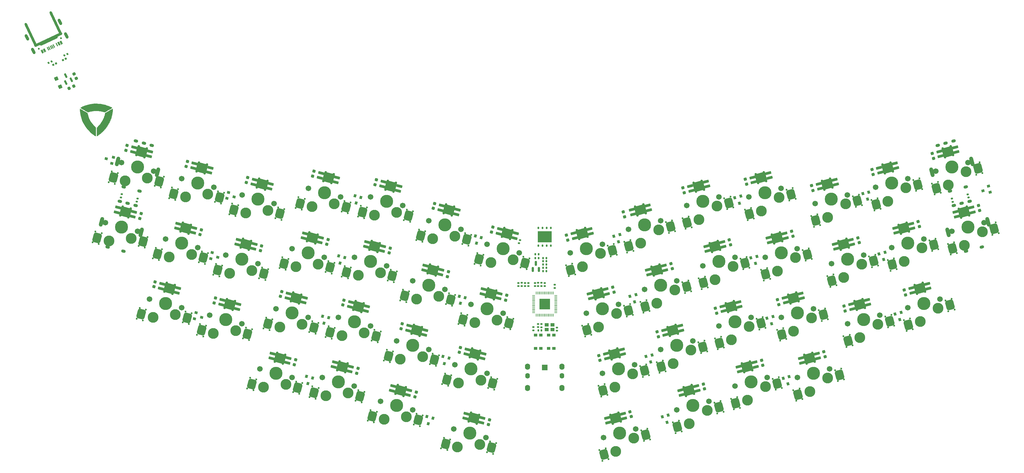
<source format=gbr>
%TF.GenerationSoftware,KiCad,Pcbnew,8.0.6*%
%TF.CreationDate,2024-12-13T19:23:41-05:00*%
%TF.ProjectId,10133,31303133-332e-46b6-9963-61645f706362,rev?*%
%TF.SameCoordinates,Original*%
%TF.FileFunction,Soldermask,Bot*%
%TF.FilePolarity,Negative*%
%FSLAX46Y46*%
G04 Gerber Fmt 4.6, Leading zero omitted, Abs format (unit mm)*
G04 Created by KiCad (PCBNEW 8.0.6) date 2024-12-13 19:23:41*
%MOMM*%
%LPD*%
G01*
G04 APERTURE LIST*
G04 Aperture macros list*
%AMRoundRect*
0 Rectangle with rounded corners*
0 $1 Rounding radius*
0 $2 $3 $4 $5 $6 $7 $8 $9 X,Y pos of 4 corners*
0 Add a 4 corners polygon primitive as box body*
4,1,4,$2,$3,$4,$5,$6,$7,$8,$9,$2,$3,0*
0 Add four circle primitives for the rounded corners*
1,1,$1+$1,$2,$3*
1,1,$1+$1,$4,$5*
1,1,$1+$1,$6,$7*
1,1,$1+$1,$8,$9*
0 Add four rect primitives between the rounded corners*
20,1,$1+$1,$2,$3,$4,$5,0*
20,1,$1+$1,$4,$5,$6,$7,0*
20,1,$1+$1,$6,$7,$8,$9,0*
20,1,$1+$1,$8,$9,$2,$3,0*%
%AMHorizOval*
0 Thick line with rounded ends*
0 $1 width*
0 $2 $3 position (X,Y) of the first rounded end (center of the circle)*
0 $4 $5 position (X,Y) of the second rounded end (center of the circle)*
0 Add line between two ends*
20,1,$1,$2,$3,$4,$5,0*
0 Add two circle primitives to create the rounded ends*
1,1,$1,$2,$3*
1,1,$1,$4,$5*%
%AMRotRect*
0 Rectangle, with rotation*
0 The origin of the aperture is its center*
0 $1 length*
0 $2 width*
0 $3 Rotation angle, in degrees counterclockwise*
0 Add horizontal line*
21,1,$1,$2,0,0,$3*%
G04 Aperture macros list end*
%ADD10C,0.010000*%
%ADD11O,1.600000X1.900000*%
%ADD12O,1.400000X1.700000*%
%ADD13C,2.700000*%
%ADD14HorizOval,1.200000X0.232937X0.869333X-0.232937X-0.869333X0*%
%ADD15HorizOval,0.900000X-0.241481X0.064705X0.241481X-0.064705X0*%
%ADD16HorizOval,1.200000X-0.232937X0.869333X0.232937X-0.869333X0*%
%ADD17HorizOval,0.900000X0.241481X0.064705X-0.241481X-0.064705X0*%
%ADD18RoundRect,0.225000X-0.183247X0.282038X-0.299716X-0.152629X0.183247X-0.282038X0.299716X0.152629X0*%
%ADD19RoundRect,0.140000X-0.140000X-0.170000X0.140000X-0.170000X0.140000X0.170000X-0.140000X0.170000X0*%
%ADD20RoundRect,0.225000X0.299716X-0.152629X0.183247X0.282038X-0.299716X0.152629X-0.183247X-0.282038X0*%
%ADD21RotRect,0.900000X0.800000X255.000000*%
%ADD22RoundRect,0.637500X-0.839009X-0.668114X0.392546X-0.998108X0.839009X0.668114X-0.392546X0.998108X0*%
%ADD23C,1.701800*%
%ADD24C,3.987800*%
%ADD25C,3.300000*%
%ADD26C,0.600000*%
%ADD27RoundRect,0.637500X-0.392546X-0.998108X0.839009X-0.668114X0.392546X0.998108X-0.839009X0.668114X0*%
%ADD28R,0.812800X0.177800*%
%ADD29R,0.177800X0.812800*%
%ADD30R,3.200400X3.200400*%
%ADD31RoundRect,0.135000X-0.040239X-0.225457X0.202436X-0.107097X0.040239X0.225457X-0.202436X0.107097X0*%
%ADD32HorizOval,0.750000X0.362347X-1.352296X-0.362347X1.352296X0*%
%ADD33HorizOval,0.725000X1.195333X0.320289X-1.195333X-0.320289X0*%
%ADD34C,2.000000*%
%ADD35C,2.500000*%
%ADD36RotRect,1.800000X0.820000X15.000000*%
%ADD37RoundRect,0.140000X0.170000X-0.140000X0.170000X0.140000X-0.170000X0.140000X-0.170000X-0.140000X0*%
%ADD38HorizOval,0.750000X-0.362347X-1.352296X0.362347X1.352296X0*%
%ADD39HorizOval,0.725000X1.195333X-0.320289X-1.195333X0.320289X0*%
%ADD40RotRect,1.800000X0.820000X345.000000*%
%ADD41HorizOval,0.750000X0.362347X1.352296X-0.362347X-1.352296X0*%
%ADD42HorizOval,0.725000X-1.195333X0.320289X1.195333X-0.320289X0*%
%ADD43RotRect,1.800000X0.820000X165.000000*%
%ADD44HorizOval,0.750000X-0.362347X1.352296X0.362347X-1.352296X0*%
%ADD45HorizOval,0.725000X-1.195333X-0.320289X1.195333X0.320289X0*%
%ADD46RotRect,1.800000X0.820000X195.000000*%
%ADD47RoundRect,0.225000X0.183247X-0.282038X0.299716X0.152629X-0.183247X0.282038X-0.299716X-0.152629X0*%
%ADD48RoundRect,0.135000X-0.185000X0.135000X-0.185000X-0.135000X0.185000X-0.135000X0.185000X0.135000X0*%
%ADD49RoundRect,0.225000X-0.299716X0.152629X-0.183247X-0.282038X0.299716X-0.152629X0.183247X0.282038X0*%
%ADD50RoundRect,0.135000X0.040239X0.225457X-0.202436X0.107097X-0.040239X-0.225457X0.202436X-0.107097X0*%
%ADD51R,1.000000X0.900000*%
%ADD52RotRect,0.900000X0.800000X285.000000*%
%ADD53RotRect,0.900000X0.800000X165.000000*%
%ADD54RoundRect,0.147500X-0.056953X-0.219702X0.208191X-0.090382X0.056953X0.219702X-0.208191X0.090382X0*%
%ADD55R,1.150000X1.000000*%
%ADD56RotRect,1.100000X1.100000X296.000000*%
%ADD57RoundRect,0.147500X0.056953X0.219702X-0.208191X0.090382X-0.056953X-0.219702X0.208191X-0.090382X0*%
%ADD58RoundRect,0.150000X0.392362X-0.462286X-0.122724X0.593797X-0.392362X0.462286X0.122724X-0.593797X0*%
%ADD59RotRect,0.900000X0.800000X345.000000*%
%ADD60RoundRect,0.225000X0.323332X-0.092636X0.126065X0.311821X-0.323332X0.092636X-0.126065X-0.311821X0*%
%ADD61RoundRect,0.135000X0.213637X-0.082518X0.143756X0.178282X-0.213637X0.082518X-0.143756X-0.178282X0*%
%ADD62RoundRect,0.225000X-0.092636X-0.323332X0.311821X-0.126065X0.092636X0.323332X-0.311821X0.126065X0*%
%ADD63RoundRect,0.135000X0.143756X-0.178282X0.213637X0.082518X-0.143756X0.178282X-0.213637X-0.082518X0*%
%ADD64RoundRect,0.135000X-0.143756X0.178282X-0.213637X-0.082518X0.143756X-0.178282X0.213637X0.082518X0*%
%ADD65RoundRect,0.135000X0.185000X-0.135000X0.185000X0.135000X-0.185000X0.135000X-0.185000X-0.135000X0*%
%ADD66RotRect,0.900000X0.800000X195.000000*%
%ADD67RoundRect,0.140000X-0.170000X0.140000X-0.170000X-0.140000X0.170000X-0.140000X0.170000X0.140000X0*%
%ADD68RoundRect,0.150000X0.150000X-0.587500X0.150000X0.587500X-0.150000X0.587500X-0.150000X-0.587500X0*%
%ADD69RoundRect,0.135000X-0.135000X-0.185000X0.135000X-0.185000X0.135000X0.185000X-0.135000X0.185000X0*%
%ADD70RoundRect,0.125000X-0.125000X0.250000X-0.125000X-0.250000X0.125000X-0.250000X0.125000X0.250000X0*%
%ADD71R,4.300000X3.400000*%
%ADD72R,1.700000X1.700000*%
%ADD73HorizOval,0.800000X1.533374X-3.257110X-1.533374X3.257110X0*%
%ADD74HorizOval,0.800000X3.890437X1.831530X-3.890437X-1.831530X0*%
%ADD75HorizOval,0.800000X2.352357X1.107437X-2.352357X-1.107437X0*%
%ADD76RotRect,0.300000X1.100000X25.210000*%
%ADD77RotRect,0.275000X1.100000X25.210000*%
%ADD78HorizOval,0.900000X-0.244914X0.520233X0.244914X-0.520233X0*%
%ADD79RoundRect,0.135000X0.135000X0.185000X-0.135000X0.185000X-0.135000X-0.185000X0.135000X-0.185000X0*%
G04 APERTURE END LIST*
D10*
%TO.C,G\u002A\u002A\u002A*%
X-131941190Y64674398D02*
X-131920541Y64654138D01*
X-131908123Y64613670D01*
X-131902992Y64547521D01*
X-131904201Y64450218D01*
X-131910806Y64316290D01*
X-131918949Y64190584D01*
X-131985525Y63551368D01*
X-132093279Y62918900D01*
X-132241418Y62295317D01*
X-132429152Y61682754D01*
X-132655688Y61083348D01*
X-132920234Y60499233D01*
X-133221998Y59932546D01*
X-133560188Y59385424D01*
X-133934013Y58860000D01*
X-134016307Y58753394D01*
X-134416899Y58273001D01*
X-134843382Y57823359D01*
X-135298605Y57401795D01*
X-135785414Y57005636D01*
X-136306655Y56632209D01*
X-136389394Y56577710D01*
X-136486021Y56517156D01*
X-136568240Y56469040D01*
X-136629280Y56437290D01*
X-136662371Y56425834D01*
X-136699603Y56435857D01*
X-136732523Y56481443D01*
X-136736322Y56504776D01*
X-136740495Y56571239D01*
X-136743857Y56677350D01*
X-136746390Y56821603D01*
X-136748077Y57002492D01*
X-136748899Y57218512D01*
X-136748837Y57468156D01*
X-136747874Y57749919D01*
X-136742083Y58962785D01*
X-136382250Y59319759D01*
X-136024528Y59695629D01*
X-135663476Y60127128D01*
X-135339665Y60575242D01*
X-135051210Y61042812D01*
X-134796229Y61532679D01*
X-134572835Y62047684D01*
X-134526830Y62167092D01*
X-134450739Y62379629D01*
X-134381253Y62596467D01*
X-134314447Y62830178D01*
X-134246397Y63093334D01*
X-134159750Y63442584D01*
X-133090833Y64060770D01*
X-132925775Y64155906D01*
X-132738231Y64263195D01*
X-132563473Y64362308D01*
X-132404898Y64451362D01*
X-132265902Y64528476D01*
X-132149879Y64591768D01*
X-132060226Y64639356D01*
X-132000337Y64669359D01*
X-131973609Y64679895D01*
X-131971015Y64679921D01*
X-131941190Y64674398D01*
G36*
X-131941190Y64674398D02*
G01*
X-131920541Y64654138D01*
X-131908123Y64613670D01*
X-131902992Y64547521D01*
X-131904201Y64450218D01*
X-131910806Y64316290D01*
X-131918949Y64190584D01*
X-131985525Y63551368D01*
X-132093279Y62918900D01*
X-132241418Y62295317D01*
X-132429152Y61682754D01*
X-132655688Y61083348D01*
X-132920234Y60499233D01*
X-133221998Y59932546D01*
X-133560188Y59385424D01*
X-133934013Y58860000D01*
X-134016307Y58753394D01*
X-134416899Y58273001D01*
X-134843382Y57823359D01*
X-135298605Y57401795D01*
X-135785414Y57005636D01*
X-136306655Y56632209D01*
X-136389394Y56577710D01*
X-136486021Y56517156D01*
X-136568240Y56469040D01*
X-136629280Y56437290D01*
X-136662371Y56425834D01*
X-136699603Y56435857D01*
X-136732523Y56481443D01*
X-136736322Y56504776D01*
X-136740495Y56571239D01*
X-136743857Y56677350D01*
X-136746390Y56821603D01*
X-136748077Y57002492D01*
X-136748899Y57218512D01*
X-136748837Y57468156D01*
X-136747874Y57749919D01*
X-136742083Y58962785D01*
X-136382250Y59319759D01*
X-136024528Y59695629D01*
X-135663476Y60127128D01*
X-135339665Y60575242D01*
X-135051210Y61042812D01*
X-134796229Y61532679D01*
X-134572835Y62047684D01*
X-134526830Y62167092D01*
X-134450739Y62379629D01*
X-134381253Y62596467D01*
X-134314447Y62830178D01*
X-134246397Y63093334D01*
X-134159750Y63442584D01*
X-133090833Y64060770D01*
X-132925775Y64155906D01*
X-132738231Y64263195D01*
X-132563473Y64362308D01*
X-132404898Y64451362D01*
X-132265902Y64528476D01*
X-132149879Y64591768D01*
X-132060226Y64639356D01*
X-132000337Y64669359D01*
X-131973609Y64679895D01*
X-131971015Y64679921D01*
X-131941190Y64674398D01*
G37*
X-141825945Y64678736D02*
X-141788354Y64659763D01*
X-141719847Y64622894D01*
X-141624389Y64570387D01*
X-141505945Y64504498D01*
X-141368481Y64427487D01*
X-141215962Y64341610D01*
X-141052354Y64249126D01*
X-140881621Y64152292D01*
X-140707730Y64053366D01*
X-140534646Y63954606D01*
X-140366334Y63858269D01*
X-140206759Y63766613D01*
X-140059887Y63681896D01*
X-139929684Y63606376D01*
X-139820114Y63542311D01*
X-139735144Y63491957D01*
X-139678738Y63457574D01*
X-139654862Y63441418D01*
X-139651401Y63432682D01*
X-139638823Y63389300D01*
X-139619434Y63316194D01*
X-139595124Y63220571D01*
X-139567786Y63109635D01*
X-139464972Y62724193D01*
X-139284706Y62176638D01*
X-139069632Y61652693D01*
X-138819034Y61151085D01*
X-138532196Y60670542D01*
X-138208402Y60209793D01*
X-137846937Y59767566D01*
X-137447084Y59342590D01*
X-137070166Y58967930D01*
X-137070166Y57710993D01*
X-137070372Y57496920D01*
X-137071014Y57281952D01*
X-137072053Y57083190D01*
X-137073446Y56904365D01*
X-137075152Y56749211D01*
X-137077129Y56621459D01*
X-137079337Y56524842D01*
X-137081733Y56463093D01*
X-137084277Y56439945D01*
X-137094676Y56432128D01*
X-137130021Y56426238D01*
X-137182878Y56440147D01*
X-137257097Y56475562D01*
X-137356527Y56534190D01*
X-137485017Y56617740D01*
X-137659674Y56737269D01*
X-138179272Y57126115D01*
X-138668862Y57543962D01*
X-139127600Y57989343D01*
X-139554643Y58460791D01*
X-139949148Y58956841D01*
X-140310270Y59476025D01*
X-140637167Y60016879D01*
X-140928995Y60577935D01*
X-141184910Y61157727D01*
X-141404069Y61754789D01*
X-141585629Y62367655D01*
X-141728746Y62994858D01*
X-141832576Y63634932D01*
X-141896277Y64286410D01*
X-141902245Y64381940D01*
X-141907391Y64496116D01*
X-141906973Y64577236D01*
X-141900093Y64630785D01*
X-141885855Y64662245D01*
X-141863361Y64677101D01*
X-141831712Y64680834D01*
X-141825945Y64678736D01*
G36*
X-141825945Y64678736D02*
G01*
X-141788354Y64659763D01*
X-141719847Y64622894D01*
X-141624389Y64570387D01*
X-141505945Y64504498D01*
X-141368481Y64427487D01*
X-141215962Y64341610D01*
X-141052354Y64249126D01*
X-140881621Y64152292D01*
X-140707730Y64053366D01*
X-140534646Y63954606D01*
X-140366334Y63858269D01*
X-140206759Y63766613D01*
X-140059887Y63681896D01*
X-139929684Y63606376D01*
X-139820114Y63542311D01*
X-139735144Y63491957D01*
X-139678738Y63457574D01*
X-139654862Y63441418D01*
X-139651401Y63432682D01*
X-139638823Y63389300D01*
X-139619434Y63316194D01*
X-139595124Y63220571D01*
X-139567786Y63109635D01*
X-139464972Y62724193D01*
X-139284706Y62176638D01*
X-139069632Y61652693D01*
X-138819034Y61151085D01*
X-138532196Y60670542D01*
X-138208402Y60209793D01*
X-137846937Y59767566D01*
X-137447084Y59342590D01*
X-137070166Y58967930D01*
X-137070166Y57710993D01*
X-137070372Y57496920D01*
X-137071014Y57281952D01*
X-137072053Y57083190D01*
X-137073446Y56904365D01*
X-137075152Y56749211D01*
X-137077129Y56621459D01*
X-137079337Y56524842D01*
X-137081733Y56463093D01*
X-137084277Y56439945D01*
X-137094676Y56432128D01*
X-137130021Y56426238D01*
X-137182878Y56440147D01*
X-137257097Y56475562D01*
X-137356527Y56534190D01*
X-137485017Y56617740D01*
X-137659674Y56737269D01*
X-138179272Y57126115D01*
X-138668862Y57543962D01*
X-139127600Y57989343D01*
X-139554643Y58460791D01*
X-139949148Y58956841D01*
X-140310270Y59476025D01*
X-140637167Y60016879D01*
X-140928995Y60577935D01*
X-141184910Y61157727D01*
X-141404069Y61754789D01*
X-141585629Y62367655D01*
X-141728746Y62994858D01*
X-141832576Y63634932D01*
X-141896277Y64286410D01*
X-141902245Y64381940D01*
X-141907391Y64496116D01*
X-141906973Y64577236D01*
X-141900093Y64630785D01*
X-141885855Y64662245D01*
X-141863361Y64677101D01*
X-141831712Y64680834D01*
X-141825945Y64678736D01*
G37*
X-136189796Y66263388D02*
X-135557714Y66197444D01*
X-134928839Y66091071D01*
X-134305052Y65944205D01*
X-133688229Y65756778D01*
X-133080250Y65528726D01*
X-133021230Y65503672D01*
X-132910452Y65454530D01*
X-132781284Y65395427D01*
X-132645313Y65331685D01*
X-132514129Y65268629D01*
X-132498312Y65260903D01*
X-132364154Y65193992D01*
X-132264985Y65140773D01*
X-132197352Y65098292D01*
X-132157804Y65063593D01*
X-132142890Y65033719D01*
X-132149158Y65005716D01*
X-132173159Y64976628D01*
X-132188509Y64965671D01*
X-132238718Y64933997D01*
X-132319690Y64884767D01*
X-132428008Y64820001D01*
X-132560254Y64741721D01*
X-132713011Y64651946D01*
X-132882860Y64552699D01*
X-133066384Y64445999D01*
X-133260166Y64333868D01*
X-133409169Y64247979D01*
X-133594168Y64141719D01*
X-133765896Y64043501D01*
X-133921018Y63955211D01*
X-134056198Y63878735D01*
X-134168100Y63815957D01*
X-134253390Y63768763D01*
X-134308731Y63739039D01*
X-134330789Y63728669D01*
X-134335479Y63729226D01*
X-134374167Y63738343D01*
X-134442788Y63756925D01*
X-134533311Y63782749D01*
X-134637706Y63813593D01*
X-134648926Y63816952D01*
X-135210538Y63962977D01*
X-135776208Y64067167D01*
X-136344429Y64129522D01*
X-136913699Y64150042D01*
X-137482513Y64128726D01*
X-138049366Y64065576D01*
X-138612754Y63960590D01*
X-139171172Y63813768D01*
X-139204151Y63803853D01*
X-139304752Y63774181D01*
X-139388907Y63750207D01*
X-139448608Y63734176D01*
X-139475850Y63728334D01*
X-139493659Y63736571D01*
X-139545386Y63764255D01*
X-139627526Y63809654D01*
X-139736796Y63870911D01*
X-139869913Y63946168D01*
X-140023593Y64033570D01*
X-140194555Y64131259D01*
X-140379515Y64237378D01*
X-140575190Y64350072D01*
X-140709119Y64427395D01*
X-140917706Y64548115D01*
X-141093745Y64650527D01*
X-141239939Y64736316D01*
X-141358991Y64807170D01*
X-141453602Y64864775D01*
X-141526476Y64910817D01*
X-141580314Y64946982D01*
X-141617821Y64974957D01*
X-141641697Y64996429D01*
X-141654646Y65013083D01*
X-141659370Y65026607D01*
X-141660201Y65039020D01*
X-141655832Y65059136D01*
X-141639511Y65079777D01*
X-141606013Y65104541D01*
X-141550116Y65137025D01*
X-141466596Y65180828D01*
X-141350230Y65239548D01*
X-141136544Y65343397D01*
X-140546419Y65598516D01*
X-139944474Y65813732D01*
X-139332588Y65988980D01*
X-138712641Y66124193D01*
X-138086509Y66219306D01*
X-137456072Y66274254D01*
X-136823209Y66288969D01*
X-136189796Y66263388D01*
G36*
X-136189796Y66263388D02*
G01*
X-135557714Y66197444D01*
X-134928839Y66091071D01*
X-134305052Y65944205D01*
X-133688229Y65756778D01*
X-133080250Y65528726D01*
X-133021230Y65503672D01*
X-132910452Y65454530D01*
X-132781284Y65395427D01*
X-132645313Y65331685D01*
X-132514129Y65268629D01*
X-132498312Y65260903D01*
X-132364154Y65193992D01*
X-132264985Y65140773D01*
X-132197352Y65098292D01*
X-132157804Y65063593D01*
X-132142890Y65033719D01*
X-132149158Y65005716D01*
X-132173159Y64976628D01*
X-132188509Y64965671D01*
X-132238718Y64933997D01*
X-132319690Y64884767D01*
X-132428008Y64820001D01*
X-132560254Y64741721D01*
X-132713011Y64651946D01*
X-132882860Y64552699D01*
X-133066384Y64445999D01*
X-133260166Y64333868D01*
X-133409169Y64247979D01*
X-133594168Y64141719D01*
X-133765896Y64043501D01*
X-133921018Y63955211D01*
X-134056198Y63878735D01*
X-134168100Y63815957D01*
X-134253390Y63768763D01*
X-134308731Y63739039D01*
X-134330789Y63728669D01*
X-134335479Y63729226D01*
X-134374167Y63738343D01*
X-134442788Y63756925D01*
X-134533311Y63782749D01*
X-134637706Y63813593D01*
X-134648926Y63816952D01*
X-135210538Y63962977D01*
X-135776208Y64067167D01*
X-136344429Y64129522D01*
X-136913699Y64150042D01*
X-137482513Y64128726D01*
X-138049366Y64065576D01*
X-138612754Y63960590D01*
X-139171172Y63813768D01*
X-139204151Y63803853D01*
X-139304752Y63774181D01*
X-139388907Y63750207D01*
X-139448608Y63734176D01*
X-139475850Y63728334D01*
X-139493659Y63736571D01*
X-139545386Y63764255D01*
X-139627526Y63809654D01*
X-139736796Y63870911D01*
X-139869913Y63946168D01*
X-140023593Y64033570D01*
X-140194555Y64131259D01*
X-140379515Y64237378D01*
X-140575190Y64350072D01*
X-140709119Y64427395D01*
X-140917706Y64548115D01*
X-141093745Y64650527D01*
X-141239939Y64736316D01*
X-141358991Y64807170D01*
X-141453602Y64864775D01*
X-141526476Y64910817D01*
X-141580314Y64946982D01*
X-141617821Y64974957D01*
X-141641697Y64996429D01*
X-141654646Y65013083D01*
X-141659370Y65026607D01*
X-141660201Y65039020D01*
X-141655832Y65059136D01*
X-141639511Y65079777D01*
X-141606013Y65104541D01*
X-141550116Y65137025D01*
X-141466596Y65180828D01*
X-141350230Y65239548D01*
X-141136544Y65343397D01*
X-140546419Y65598516D01*
X-139944474Y65813732D01*
X-139332588Y65988980D01*
X-138712641Y66124193D01*
X-138086509Y66219306D01*
X-137456072Y66274254D01*
X-136823209Y66288969D01*
X-136189796Y66263388D01*
G37*
%TD*%
D11*
%TO.C,S1*%
X-5250000Y-14147000D03*
D12*
X-5250000Y-16947000D03*
D11*
X-5249999Y-20647000D03*
X5249999Y-14147000D03*
D12*
X5250000Y-16947000D03*
D11*
X5250000Y-20647000D03*
%TD*%
D13*
%TO.C,J8*%
X12664555Y21976665D03*
%TD*%
D14*
%TO.C,E2*%
X-135320314Y30189543D03*
X-123149648Y26928423D03*
D15*
X-124879025Y35156379D03*
X-129708653Y36450473D03*
X-127293838Y35803427D03*
X-133461529Y22444550D03*
X-128631901Y21150455D03*
%TD*%
D13*
%TO.C,J7*%
X129233299Y28558589D03*
%TD*%
%TO.C,J11*%
X17595069Y3575731D03*
%TD*%
%TO.C,J10*%
X-17596571Y3576445D03*
%TD*%
%TO.C,J6*%
X-129234612Y28559260D03*
%TD*%
%TO.C,J4*%
X-22527078Y-14824459D03*
%TD*%
%TO.C,J3*%
X22525585Y-14825202D03*
%TD*%
%TO.C,J12*%
X-124304105Y46960163D03*
%TD*%
%TO.C,J9*%
X124302784Y46959523D03*
%TD*%
D16*
%TO.C,E4*%
X123148374Y26928422D03*
X135319040Y30189542D03*
D17*
X129707378Y36450474D03*
X124877749Y35156379D03*
X127292564Y35803426D03*
X128630625Y21150454D03*
X133460255Y22444549D03*
%TD*%
D16*
%TO.C,E3*%
X118217871Y45329325D03*
X130388537Y48590445D03*
D17*
X124776875Y54851377D03*
X119947246Y53557282D03*
X122362061Y54204329D03*
X123700122Y39551357D03*
X128529752Y40845452D03*
%TD*%
D13*
%TO.C,J5*%
X-12666065Y21977346D03*
%TD*%
D14*
%TO.C,E1*%
X-130389809Y48590445D03*
X-118219143Y45329325D03*
D15*
X-119948520Y53557281D03*
X-124778148Y54851375D03*
X-122363333Y54204329D03*
X-128531024Y40845452D03*
X-123701396Y39551357D03*
%TD*%
D18*
%TO.C,C31*%
X-61263269Y6218226D03*
X-61664439Y4721040D03*
%TD*%
D19*
%TO.C,C1*%
X-480000Y15100000D03*
X480000Y15100000D03*
%TD*%
D20*
%TO.C,C50*%
X38947880Y15890632D03*
X38546712Y17387820D03*
%TD*%
D21*
%TO.C,D3*%
X-21183622Y25817125D03*
X-19348363Y25325370D03*
X-20783631Y23639394D03*
%TD*%
D22*
%TO.C,K37*%
X-131694949Y43680953D03*
D23*
X-129211379Y48274686D03*
D24*
X-124304476Y46959885D03*
D23*
X-119397573Y45645084D03*
D22*
X-117659477Y42549761D03*
D25*
X-121281699Y43520334D03*
D26*
X-118156434Y44442890D03*
X-119036882Y41157003D03*
X-116282071Y43942520D03*
X-117162987Y40654894D03*
X-133071892Y42289933D03*
X-132191440Y45575821D03*
X-130317544Y45073712D03*
X-131198460Y41786088D03*
D25*
X-128072728Y42710382D03*
%TD*%
D27*
%TO.C,K7*%
X7904184Y15442192D03*
D23*
X7758154Y20662266D03*
D24*
X12665057Y21977067D03*
D23*
X17571960Y23291868D03*
D27*
X20624856Y21480287D03*
D25*
X17002635Y20509715D03*
D26*
X20128366Y19585420D03*
X19247916Y22871307D03*
X21121345Y23375154D03*
X22002263Y20087529D03*
X6526778Y16834950D03*
X7407229Y13549064D03*
X8400674Y17337059D03*
X9281591Y14049434D03*
D25*
X11526406Y16412764D03*
%TD*%
D22*
%TO.C,K40*%
X-70417607Y-22043330D03*
D23*
X-67934037Y-17449597D03*
D24*
X-63027134Y-18764398D03*
D23*
X-58120231Y-20079199D03*
D22*
X-56382135Y-23174522D03*
D25*
X-60004357Y-22203949D03*
D26*
X-56879092Y-21281393D03*
X-57759540Y-24567280D03*
X-55004729Y-21781763D03*
X-55885645Y-25069389D03*
X-71794550Y-23434350D03*
X-70914098Y-20148462D03*
X-69040202Y-20650571D03*
X-69921118Y-23938195D03*
D25*
X-66795386Y-23013901D03*
%TD*%
D27*
%TO.C,K36*%
X111002438Y-1307302D03*
D23*
X110856408Y3912772D03*
D24*
X115763311Y5227573D03*
D23*
X120670214Y6542374D03*
D27*
X123723110Y4730793D03*
D25*
X120100889Y3760221D03*
D26*
X123226620Y2835926D03*
X122346170Y6121813D03*
X124219599Y6625660D03*
X125100517Y3338035D03*
X109625032Y85456D03*
X110505483Y-3200430D03*
X111498928Y587565D03*
X112379845Y-2700060D03*
D25*
X114624660Y-336730D03*
%TD*%
D28*
%TO.C,U1*%
X3403600Y7600000D03*
X3403600Y7200001D03*
X3403600Y6799999D03*
X3403600Y6400000D03*
X3403600Y6000001D03*
X3403600Y5599999D03*
X3403600Y5200000D03*
X3403600Y4800000D03*
X3403600Y4400001D03*
X3403600Y3999999D03*
X3403600Y3600000D03*
X3403600Y3200001D03*
X3403600Y2799999D03*
X3403600Y2400000D03*
D29*
X2600000Y1596400D03*
X2200001Y1596400D03*
X1799999Y1596400D03*
X1400000Y1596400D03*
X1000001Y1596400D03*
X599999Y1596400D03*
X200000Y1596400D03*
X-200000Y1596400D03*
X-599999Y1596400D03*
X-1000001Y1596400D03*
X-1400000Y1596400D03*
X-1799999Y1596400D03*
X-2200001Y1596400D03*
X-2600000Y1596400D03*
D28*
X-3403600Y2400000D03*
X-3403600Y2799999D03*
X-3403600Y3200001D03*
X-3403600Y3600000D03*
X-3403600Y3999999D03*
X-3403600Y4400001D03*
X-3403600Y4800000D03*
X-3403600Y5200000D03*
X-3403600Y5599999D03*
X-3403600Y6000001D03*
X-3403600Y6400000D03*
X-3403600Y6799999D03*
X-3403600Y7200001D03*
X-3403600Y7600000D03*
D29*
X-2600000Y8403600D03*
X-2200001Y8403600D03*
X-1799999Y8403600D03*
X-1400000Y8403600D03*
X-1000001Y8403600D03*
X-599999Y8403600D03*
X-200000Y8403600D03*
X200000Y8403600D03*
X599999Y8403600D03*
X1000001Y8403600D03*
X1400000Y8403600D03*
X1799999Y8403600D03*
X2200001Y8403600D03*
X2600000Y8403600D03*
D30*
X0Y5000000D03*
%TD*%
D31*
%TO.C,R11*%
X-146666583Y81059284D03*
X-145749813Y81506422D03*
%TD*%
D32*
%TO.C,LED26*%
X42776536Y-21725264D03*
D33*
X43726625Y-20344825D03*
D34*
X44008091Y-21395270D03*
D35*
X44008091Y-21395270D03*
D33*
X44008091Y-21395270D03*
X44008091Y-21395270D03*
X44289557Y-22445715D03*
D32*
X45239646Y-21065276D03*
D36*
X46617020Y-21472667D03*
X46228792Y-20023778D03*
X41399162Y-21317873D03*
X41787390Y-22766762D03*
%TD*%
D37*
%TO.C,C11*%
X3741590Y-3119742D03*
X3741590Y-2159742D03*
%TD*%
D21*
%TO.C,D22*%
X-35975143Y-29385582D03*
X-34139884Y-29877337D03*
X-35575152Y-31563313D03*
%TD*%
D38*
%TO.C,LED9*%
X-110832639Y28558972D03*
D39*
X-109319619Y29279421D03*
D34*
X-109601084Y28228978D03*
D35*
X-109601084Y28228978D03*
D39*
X-109601084Y28228978D03*
X-109601084Y28228978D03*
X-109882549Y27178535D03*
D38*
X-108369529Y27898984D03*
D40*
X-107380384Y26857486D03*
X-106992155Y28306375D03*
X-111821784Y29600470D03*
X-112210013Y28151581D03*
%TD*%
D32*
%TO.C,LED37*%
X50700124Y22307234D03*
D33*
X51650213Y23687673D03*
D34*
X51931679Y22637228D03*
D35*
X51931679Y22637228D03*
D33*
X51931679Y22637228D03*
X51931679Y22637228D03*
X52213145Y21586783D03*
D32*
X53163234Y22967222D03*
D36*
X54540608Y22559831D03*
X54152380Y24008720D03*
X49322750Y22714625D03*
X49710978Y21265736D03*
%TD*%
D41*
%TO.C,LED1*%
X-10201881Y26247578D03*
D42*
X-11714901Y25527129D03*
D34*
X-11433436Y26577572D03*
D35*
X-11433436Y26577572D03*
D42*
X-11433436Y26577572D03*
X-11433436Y26577572D03*
X-11151971Y27628015D03*
D41*
X-12664991Y26907566D03*
D43*
X-13654136Y27949064D03*
X-14042365Y26500175D03*
X-9212736Y25206080D03*
X-8824507Y26654969D03*
%TD*%
D44*
%TO.C,LED33*%
X40309130Y-2664343D03*
D45*
X39359041Y-4044782D03*
D34*
X39077575Y-2994337D03*
D35*
X39077575Y-2994337D03*
D45*
X39077575Y-2994337D03*
X39077575Y-2994337D03*
X38796109Y-1943892D03*
D44*
X37846020Y-3324331D03*
D46*
X36468646Y-2916940D03*
X36856874Y-4365829D03*
X41686504Y-3071734D03*
X41298276Y-1622845D03*
%TD*%
D47*
%TO.C,C28*%
X-29749343Y13425891D03*
X-29348173Y14923077D03*
%TD*%
D20*
%TO.C,C55*%
X132801489Y33642858D03*
X132400321Y35140046D03*
%TD*%
D18*
%TO.C,C30*%
X-43478681Y-1012394D03*
X-43879851Y-2509580D03*
%TD*%
D27*
%TO.C,K19*%
X12834792Y-2958709D03*
D23*
X12688762Y2261365D03*
D24*
X17595665Y3576166D03*
D23*
X22502568Y4890967D03*
D27*
X25555464Y3079386D03*
D25*
X21933243Y2108814D03*
D26*
X25058974Y1184519D03*
X24178524Y4470406D03*
X26051953Y4974253D03*
X26932871Y1686628D03*
X11457386Y-1565951D03*
X12337837Y-4851837D03*
X13331282Y-1063842D03*
X14212199Y-4351467D03*
D25*
X16457014Y-1988137D03*
%TD*%
D48*
%TO.C,R3*%
X-1999999Y11510000D03*
X-2000001Y10490000D03*
%TD*%
%TO.C,R5*%
X-999999Y-1039741D03*
X-1000001Y-2059741D03*
%TD*%
D49*
%TO.C,C48*%
X16492139Y-10709003D03*
X16893307Y-12206191D03*
%TD*%
D27*
%TO.C,K47*%
X124472834Y22024107D03*
D23*
X124326804Y27244181D03*
D24*
X129233707Y28558982D03*
D23*
X134140610Y29873783D03*
D27*
X137193506Y28062202D03*
D25*
X133571285Y27091630D03*
D26*
X136697016Y26167335D03*
X135816566Y29453222D03*
X137689995Y29957069D03*
X138570913Y26669444D03*
X123095428Y23416865D03*
X123975879Y20130979D03*
X124969324Y23918974D03*
X125850241Y20631349D03*
D25*
X128095056Y22994679D03*
%TD*%
D37*
%TO.C,C7*%
X-1Y10520000D03*
X-1Y11480000D03*
%TD*%
D20*
%TO.C,C53*%
X95999621Y23781827D03*
X95598453Y25279015D03*
%TD*%
D44*
%TO.C,LED43*%
X105900777Y46959235D03*
D45*
X104950688Y45578796D03*
D34*
X104669222Y46629241D03*
D35*
X104669222Y46629241D03*
D45*
X104669222Y46629241D03*
X104669222Y46629241D03*
X104387756Y47679686D03*
D44*
X103437667Y46299247D03*
D46*
X102060293Y46706638D03*
X102448521Y45257749D03*
X107278151Y46551844D03*
X106889923Y48000733D03*
%TD*%
D38*
%TO.C,LED10*%
X-92431736Y23628465D03*
D39*
X-90918716Y24348914D03*
D34*
X-91200181Y23298471D03*
D35*
X-91200181Y23298471D03*
D39*
X-91200181Y23298471D03*
X-91200181Y23298471D03*
X-91481646Y22248028D03*
D38*
X-89968626Y22968477D03*
D40*
X-88979481Y21926979D03*
X-88591252Y23375868D03*
X-93420881Y24669963D03*
X-93809110Y23221074D03*
%TD*%
D50*
%TO.C,R10*%
X-150513421Y79183055D03*
X-151430191Y78735917D03*
%TD*%
D21*
%TO.C,D2*%
X-57944142Y38132330D03*
X-56108883Y37640575D03*
X-57544151Y35954599D03*
%TD*%
D44*
%TO.C,LED47*%
X30448100Y34137524D03*
D45*
X29498011Y32757085D03*
D34*
X29216545Y33807530D03*
D35*
X29216545Y33807530D03*
D45*
X29216545Y33807530D03*
X29216545Y33807530D03*
X28935079Y34857975D03*
D44*
X27984990Y33477536D03*
D46*
X26607616Y33884927D03*
X26995844Y32436038D03*
X31825474Y33730133D03*
X31437246Y35179022D03*
%TD*%
D51*
%TO.C,SW2*%
X1200000Y-4450001D03*
X1199999Y-8550001D03*
X2800001Y-4449999D03*
X2800000Y-8549999D03*
%TD*%
D32*
%TO.C,LED39*%
X89967249Y22967798D03*
D33*
X90917338Y24348237D03*
D34*
X91198804Y23297792D03*
D35*
X91198804Y23297792D03*
D33*
X91198804Y23297792D03*
X91198804Y23297792D03*
X91480270Y22247347D03*
D32*
X92430359Y23627786D03*
D36*
X93807733Y23220395D03*
X93419505Y24669284D03*
X88589875Y23375189D03*
X88978103Y21926300D03*
%TD*%
D52*
%TO.C,D23*%
X35864969Y-29415104D03*
X37700228Y-28923347D03*
X37300237Y-31101076D03*
%TD*%
D27*
%TO.C,K32*%
X35549890Y-14128989D03*
D23*
X35403860Y-8908915D03*
D24*
X40310763Y-7594114D03*
D23*
X45217666Y-6279313D03*
D27*
X48270562Y-8090894D03*
D25*
X44648341Y-9061466D03*
D26*
X47774072Y-9985761D03*
X46893622Y-6699874D03*
X48767051Y-6196027D03*
X49647969Y-9483652D03*
X34172484Y-12736231D03*
X35052935Y-16022117D03*
X36046380Y-12234122D03*
X36927297Y-15521747D03*
D25*
X39172112Y-13158417D03*
%TD*%
D27*
%TO.C,K43*%
X18095583Y-40993140D03*
D23*
X17949553Y-35773066D03*
D24*
X22856456Y-34458265D03*
D23*
X27763359Y-33143464D03*
D27*
X30816255Y-34955045D03*
D25*
X27194034Y-35925617D03*
D26*
X30319765Y-36849912D03*
X29439315Y-33564025D03*
X31312744Y-33060178D03*
X32193662Y-36347803D03*
X16718177Y-39600382D03*
X17598628Y-42886268D03*
X18592073Y-39098273D03*
X19472990Y-42385898D03*
D25*
X21717805Y-40022568D03*
%TD*%
D20*
%TO.C,C51*%
X56732497Y23121263D03*
X56331329Y24618451D03*
%TD*%
D44*
%TO.C,LED30*%
X97360873Y5226853D03*
D45*
X96410784Y3846414D03*
D34*
X96129318Y4896859D03*
D35*
X96129318Y4896859D03*
D45*
X96129318Y4896859D03*
X96129318Y4896859D03*
X95847852Y5947304D03*
D44*
X94897763Y4566865D03*
D46*
X93520389Y4974256D03*
X93908617Y3525367D03*
X98738247Y4819462D03*
X98350019Y6268351D03*
%TD*%
D53*
%TO.C,D20*%
X-131653058Y49853019D03*
X-132144813Y48017760D03*
X-133830789Y49453028D03*
%TD*%
D41*
%TO.C,LED3*%
X-45771454Y40708637D03*
D42*
X-47284474Y39988188D03*
D34*
X-47003009Y41038631D03*
D35*
X-47003009Y41038631D03*
D42*
X-47003009Y41038631D03*
X-47003009Y41038631D03*
X-46721544Y42089074D03*
D41*
X-48234564Y41368625D03*
D43*
X-49223709Y42410123D03*
X-49611938Y40961234D03*
X-44782309Y39667139D03*
X-44394080Y41116028D03*
%TD*%
D22*
%TO.C,K27*%
X-84504316Y-1012033D03*
D23*
X-82020746Y3581700D03*
D24*
X-77113843Y2266899D03*
D23*
X-72206940Y952098D03*
D22*
X-70468844Y-2143225D03*
D25*
X-74091066Y-1172652D03*
D26*
X-70965801Y-250096D03*
X-71846249Y-3535983D03*
X-69091438Y-750466D03*
X-69972354Y-4038092D03*
X-85881259Y-2403053D03*
X-85000807Y882835D03*
X-83126911Y380726D03*
X-84007827Y-2906898D03*
D25*
X-80882095Y-1982604D03*
%TD*%
D22*
%TO.C,K3*%
X-74643302Y35789771D03*
D23*
X-72159732Y40383504D03*
D24*
X-67252829Y39068703D03*
D23*
X-62345926Y37753902D03*
D22*
X-60607830Y34658579D03*
D25*
X-64230052Y35629152D03*
D26*
X-61104787Y36551708D03*
X-61985235Y33265821D03*
X-59230424Y36051338D03*
X-60111340Y32763712D03*
X-76020245Y34398751D03*
X-75139793Y37684639D03*
X-73265897Y37182530D03*
X-74146813Y33894906D03*
D25*
X-71021081Y34819200D03*
%TD*%
D27*
%TO.C,K10*%
X62490680Y32533827D03*
D23*
X62344650Y37753901D03*
D24*
X67251553Y39068702D03*
D23*
X72158456Y40383503D03*
D27*
X75211352Y38571922D03*
D25*
X71589131Y37601350D03*
D26*
X74714862Y36677055D03*
X73834412Y39962942D03*
X75707841Y40466789D03*
X76588759Y37179164D03*
X61113274Y33926585D03*
X61993725Y30640699D03*
X62987170Y34428694D03*
X63868087Y31141069D03*
D25*
X66112902Y33504399D03*
%TD*%
D27*
%TO.C,K44*%
X40480396Y-32529891D03*
D23*
X40334366Y-27309817D03*
D24*
X45241269Y-25995016D03*
D23*
X50148172Y-24680215D03*
D27*
X53201068Y-26491796D03*
D25*
X49578847Y-27462368D03*
D26*
X52704578Y-28386663D03*
X51824128Y-25100776D03*
X53697557Y-24596929D03*
X54578475Y-27884554D03*
X39102990Y-31137133D03*
X39983441Y-34423019D03*
X40976886Y-30635024D03*
X41857803Y-33922649D03*
D25*
X44102618Y-31559319D03*
%TD*%
D49*
%TO.C,C62*%
X6631109Y26092863D03*
X7032277Y24595675D03*
%TD*%
D44*
%TO.C,LED46*%
X48232719Y41368157D03*
D45*
X47282630Y39987718D03*
D34*
X47001164Y41038163D03*
D35*
X47001164Y41038163D03*
D45*
X47001164Y41038163D03*
X47001164Y41038163D03*
X46719698Y42088608D03*
D44*
X45769609Y40708169D03*
D46*
X44392235Y41115560D03*
X44780463Y39666671D03*
X49610093Y40960766D03*
X49221865Y42409655D03*
%TD*%
D19*
%TO.C,C4*%
X-480001Y18100000D03*
X479999Y18100000D03*
%TD*%
D27*
%TO.C,K22*%
X67421187Y14132925D03*
D23*
X67275157Y19352999D03*
D24*
X72182060Y20667800D03*
D23*
X77088963Y21982601D03*
D27*
X80141859Y20171020D03*
D25*
X76519638Y19200448D03*
D26*
X79645369Y18276153D03*
X78764919Y21562040D03*
X80638348Y22065887D03*
X81519266Y18778262D03*
X66043781Y15525683D03*
X66924232Y12239797D03*
X67917677Y16027792D03*
X68798594Y12740167D03*
D25*
X71043409Y15103497D03*
%TD*%
D41*
%TO.C,LED7*%
X-121839924Y51230394D03*
D42*
X-123352944Y50509945D03*
D34*
X-123071479Y51560388D03*
D35*
X-123071479Y51560388D03*
D42*
X-123071479Y51560388D03*
X-123071479Y51560388D03*
X-122790014Y52610831D03*
D41*
X-124303034Y51890382D03*
D43*
X-125292179Y52931880D03*
X-125680408Y51482991D03*
X-120850779Y50188896D03*
X-120462550Y51637785D03*
%TD*%
D20*
%TO.C,C54*%
X114400554Y28712342D03*
X113999386Y30209530D03*
%TD*%
D38*
%TO.C,LED21*%
X-82042907Y-11203508D03*
D39*
X-80529887Y-10483059D03*
D34*
X-80811352Y-11533502D03*
D35*
X-80811352Y-11533502D03*
D39*
X-80811352Y-11533502D03*
X-80811352Y-11533502D03*
X-81092817Y-12583945D03*
D38*
X-79579797Y-11863496D03*
D40*
X-78590652Y-12904994D03*
X-78202423Y-11456105D03*
X-83032052Y-10162010D03*
X-83420281Y-11610899D03*
%TD*%
D54*
%TO.C,D26*%
X-147060699Y79643200D03*
X-146188869Y80068418D03*
%TD*%
D22*
%TO.C,K1*%
X-113294047Y38750446D03*
D23*
X-110810477Y43344179D03*
D24*
X-105903574Y42029378D03*
D23*
X-100996671Y40714577D03*
D22*
X-99258575Y37619254D03*
D25*
X-102880797Y38589827D03*
D26*
X-99755532Y39512383D03*
X-100635980Y36226496D03*
X-97881169Y39012013D03*
X-98762085Y35724387D03*
X-114670990Y37359426D03*
X-113790538Y40645314D03*
X-111916642Y40143205D03*
X-112797558Y36855581D03*
D25*
X-109671826Y37779875D03*
%TD*%
D19*
%TO.C,C2*%
X-480001Y16099999D03*
X479999Y16099999D03*
%TD*%
D49*
%TO.C,C44*%
X91328501Y4412824D03*
X91729669Y2915636D03*
%TD*%
D41*
%TO.C,LED5*%
X-85038119Y41369380D03*
D42*
X-86551139Y40648931D03*
D34*
X-86269674Y41699374D03*
D35*
X-86269674Y41699374D03*
D42*
X-86269674Y41699374D03*
X-86269674Y41699374D03*
X-85988209Y42749817D03*
D41*
X-87501229Y42029368D03*
D43*
X-88490374Y43070866D03*
X-88878603Y41621977D03*
X-84048974Y40327882D03*
X-83660745Y41776771D03*
%TD*%
D20*
%TO.C,C40*%
X48808908Y-20911235D03*
X48407740Y-19414047D03*
%TD*%
D55*
%TO.C,Y1*%
X2375000Y-2749742D03*
X625000Y-2749740D03*
X625000Y-1349740D03*
X2375000Y-1349742D03*
%TD*%
D56*
%TO.C,D13*%
X-149097839Y73976692D03*
X-147870397Y71460070D03*
%TD*%
D38*
%TO.C,LED12*%
X-53164677Y22967903D03*
D39*
X-51651657Y23688352D03*
D34*
X-51933122Y22637909D03*
D35*
X-51933122Y22637909D03*
D39*
X-51933122Y22637909D03*
X-51933122Y22637909D03*
X-52214587Y21587466D03*
D38*
X-50701567Y22307915D03*
D40*
X-49712422Y21266417D03*
X-49324193Y22715306D03*
X-54153822Y24009401D03*
X-54542051Y22560512D03*
%TD*%
D20*
%TO.C,C39*%
X26424056Y-29374496D03*
X26022888Y-27877308D03*
%TD*%
D32*
%TO.C,LED40*%
X108368182Y27898313D03*
D33*
X109318271Y29278752D03*
D34*
X109599737Y28228307D03*
D35*
X109599737Y28228307D03*
D33*
X109599737Y28228307D03*
X109599737Y28228307D03*
X109881203Y27177862D03*
D32*
X110831292Y28558301D03*
D36*
X112208666Y28150910D03*
X111820438Y29599799D03*
X106990808Y28305704D03*
X107379036Y26856815D03*
%TD*%
D57*
%TO.C,D27*%
X-149154889Y78621793D03*
X-150026719Y78196575D03*
%TD*%
D27*
%TO.C,K45*%
X58264985Y-25299274D03*
D23*
X58118955Y-20079200D03*
D24*
X63025858Y-18764399D03*
D23*
X67932761Y-17449598D03*
D27*
X70985657Y-19261179D03*
D25*
X67363436Y-20231751D03*
D26*
X70489167Y-21156046D03*
X69608717Y-17870159D03*
X71482146Y-17366312D03*
X72363064Y-20653937D03*
X56887579Y-23906516D03*
X57768030Y-27192402D03*
X58761475Y-23404407D03*
X59642392Y-26692032D03*
D25*
X61887207Y-24328702D03*
%TD*%
D44*
%TO.C,LED44*%
X87499843Y42028720D03*
D45*
X86549754Y40648281D03*
D34*
X86268288Y41698726D03*
D35*
X86268288Y41698726D03*
D45*
X86268288Y41698726D03*
X86268288Y41698726D03*
X85986822Y42749171D03*
D44*
X85036733Y41368732D03*
D46*
X83659359Y41776123D03*
X84047587Y40327234D03*
X88877217Y41621329D03*
X88488989Y43070218D03*
%TD*%
D21*
%TO.C,D21*%
X-72735663Y-17070377D03*
X-70900404Y-17562132D03*
X-72335672Y-19248108D03*
%TD*%
D44*
%TO.C,LED32*%
X58093749Y4566289D03*
D45*
X57143660Y3185850D03*
D34*
X56862194Y4236295D03*
D35*
X56862194Y4236295D03*
D45*
X56862194Y4236295D03*
X56862194Y4236295D03*
X56580728Y5286740D03*
D44*
X55630639Y3906301D03*
D46*
X54253265Y4313692D03*
X54641493Y2864803D03*
X59471123Y4158898D03*
X59082895Y5607787D03*
%TD*%
D18*
%TO.C,C18*%
X-51402321Y43019788D03*
X-51803491Y41522602D03*
%TD*%
D58*
%TO.C,U2*%
X-144522906Y73607327D03*
X-146230614Y72774422D03*
X-146198707Y74876113D03*
%TD*%
D37*
%TO.C,C9*%
X-5999999Y10520000D03*
X-5999999Y11480000D03*
%TD*%
D49*
%TO.C,C43*%
X109729434Y9343339D03*
X110130602Y7846151D03*
%TD*%
D18*
%TO.C,C20*%
X-90669314Y43680594D03*
X-91070484Y42183408D03*
%TD*%
D38*
%TO.C,LED22*%
X-63025691Y-13833902D03*
D39*
X-61512671Y-13113453D03*
D34*
X-61794136Y-14163896D03*
D35*
X-61794136Y-14163896D03*
D39*
X-61794136Y-14163896D03*
X-61794136Y-14163896D03*
X-62075601Y-15214339D03*
D38*
X-60562581Y-14493890D03*
D40*
X-59573436Y-15535388D03*
X-59185207Y-14086499D03*
X-64014836Y-12792404D03*
X-64403065Y-14241293D03*
%TD*%
D22*
%TO.C,K18*%
X-24987311Y297247D03*
D23*
X-22503741Y4890980D03*
D24*
X-17596838Y3576179D03*
D23*
X-12689935Y2261378D03*
D22*
X-10951839Y-833945D03*
D25*
X-14574061Y136628D03*
D26*
X-11448796Y1059184D03*
X-12329244Y-2226703D03*
X-9574433Y558814D03*
X-10455349Y-2728812D03*
X-26364254Y-1093773D03*
X-25483802Y2192115D03*
X-23609906Y1690006D03*
X-24490822Y-1597618D03*
D25*
X-21365090Y-673324D03*
%TD*%
D59*
%TO.C,D7*%
X-101965595Y18942326D03*
X-101473840Y20777585D03*
X-99787864Y19342317D03*
%TD*%
D47*
%TO.C,C27*%
X-47533963Y20656524D03*
X-47132793Y22153710D03*
%TD*%
D60*
%TO.C,C14*%
X-142981825Y73983459D03*
X-143661301Y75376591D03*
%TD*%
D38*
%TO.C,LED11*%
X-72181891Y25598297D03*
D39*
X-70668871Y26318746D03*
D34*
X-70950336Y25268303D03*
D35*
X-70950336Y25268303D03*
D39*
X-70950336Y25268303D03*
X-70950336Y25268303D03*
X-71231801Y24217860D03*
D38*
X-69718781Y24938309D03*
D40*
X-68729636Y23896811D03*
X-68341407Y25345700D03*
X-73171036Y26639795D03*
X-73559265Y25190906D03*
%TD*%
D49*
%TO.C,C58*%
X81467471Y41214691D03*
X81868639Y39717503D03*
%TD*%
D18*
%TO.C,C17*%
X-33617667Y35789411D03*
X-34018837Y34292225D03*
%TD*%
D37*
%TO.C,C10*%
X-5000001Y10520001D03*
X-5000001Y11480001D03*
%TD*%
D22*
%TO.C,K41*%
X-52633016Y-29273949D03*
D23*
X-50149446Y-24680216D03*
D24*
X-45242543Y-25995017D03*
D23*
X-40335640Y-27309818D03*
D22*
X-38597544Y-30405141D03*
D25*
X-42219766Y-29434568D03*
D26*
X-39094501Y-28512012D03*
X-39974949Y-31797899D03*
X-37220138Y-29012382D03*
X-38101054Y-32300008D03*
X-54009959Y-30664969D03*
X-53129507Y-27379081D03*
X-51255611Y-27881190D03*
X-52136527Y-31168814D03*
D25*
X-49010795Y-30244520D03*
%TD*%
D61*
%TO.C,R15*%
X129409317Y37594602D03*
X129145321Y38579846D03*
%TD*%
D41*
%TO.C,LED16*%
X-37847485Y-3323609D03*
D42*
X-39360505Y-4044058D03*
D34*
X-39079040Y-2993615D03*
D35*
X-39079040Y-2993615D03*
D42*
X-39079040Y-2993615D03*
X-39079040Y-2993615D03*
X-38797575Y-1943172D03*
D41*
X-40310595Y-2663621D03*
D43*
X-41299740Y-1622123D03*
X-41687969Y-3071012D03*
X-36858340Y-4365107D03*
X-36470111Y-2916218D03*
%TD*%
D59*
%TO.C,D14*%
X-106896102Y541424D03*
X-106404347Y2376683D03*
X-104718371Y941415D03*
%TD*%
D22*
%TO.C,K13*%
X-118224554Y20349544D03*
D23*
X-115740984Y24943277D03*
D24*
X-110834081Y23628476D03*
D23*
X-105927178Y22313675D03*
D22*
X-104189082Y19218352D03*
D25*
X-107811304Y20188925D03*
D26*
X-104686039Y21111481D03*
X-105566487Y17825594D03*
X-102811676Y20611111D03*
X-103692592Y17323485D03*
X-119601497Y18958524D03*
X-118721045Y22244412D03*
X-116847149Y21742303D03*
X-117728065Y18454679D03*
D25*
X-114602333Y19378973D03*
%TD*%
D20*
%TO.C,C49*%
X21163259Y8659999D03*
X20762091Y10157187D03*
%TD*%
D22*
%TO.C,K14*%
X-99823651Y15419037D03*
D23*
X-97340081Y20012770D03*
D24*
X-92433178Y18697969D03*
D23*
X-87526275Y17383168D03*
D22*
X-85788179Y14287845D03*
D25*
X-89410401Y15258418D03*
D26*
X-86285136Y16180974D03*
X-87165584Y12895087D03*
X-84410773Y15680604D03*
X-85291689Y12392978D03*
X-101200594Y14028017D03*
X-100320142Y17313905D03*
X-98446246Y16811796D03*
X-99327162Y13524172D03*
D25*
X-96201430Y14448466D03*
%TD*%
D27*
%TO.C,K12*%
X101141424Y35494504D03*
D23*
X100995394Y40714578D03*
D24*
X105902297Y42029379D03*
D23*
X110809200Y43344180D03*
D27*
X113862096Y41532599D03*
D25*
X110239875Y40562027D03*
D26*
X113365606Y39637732D03*
X112485156Y42923619D03*
X114358585Y43427466D03*
X115239503Y40139841D03*
X99764018Y36887262D03*
X100644469Y33601376D03*
X101637914Y37389371D03*
X102518831Y34101746D03*
D25*
X104763646Y36465076D03*
%TD*%
D47*
%TO.C,C63*%
X-11964725Y6195261D03*
X-11563555Y7692447D03*
%TD*%
D27*
%TO.C,K11*%
X82740524Y30563995D03*
D23*
X82594494Y35784069D03*
D24*
X87501397Y37098870D03*
D23*
X92408300Y38413671D03*
D27*
X95461196Y36602090D03*
D25*
X91838975Y35631518D03*
D26*
X94964706Y34707223D03*
X94084256Y37993110D03*
X95957685Y38496957D03*
X96838603Y35209332D03*
X81363118Y31956753D03*
X82243569Y28670867D03*
X83237014Y32458862D03*
X84117931Y29171237D03*
D25*
X86362746Y31534567D03*
%TD*%
D61*
%TO.C,R14*%
X124538463Y36299812D03*
X124274467Y37285056D03*
%TD*%
D62*
%TO.C,C15*%
X-145169186Y70997374D03*
X-143776054Y71676850D03*
%TD*%
D52*
%TO.C,D5*%
X57988046Y37527780D03*
X59823305Y38019537D03*
X59423314Y35841808D03*
%TD*%
D21*
%TO.C,D9*%
X-26114129Y7416223D03*
X-24278870Y6924468D03*
X-25714138Y5238492D03*
%TD*%
D32*
%TO.C,LED38*%
X69717371Y24937634D03*
D33*
X70667460Y26318073D03*
D34*
X70948926Y25267628D03*
D35*
X70948926Y25267628D03*
D33*
X70948926Y25267628D03*
X70948926Y25267628D03*
X71230392Y24217183D03*
D32*
X72180481Y25597622D03*
D36*
X73557855Y25190231D03*
X73169627Y26639120D03*
X68339997Y25345025D03*
X68728225Y23896136D03*
%TD*%
D37*
%TO.C,C6*%
X-7999998Y10520000D03*
X-7999998Y11480000D03*
%TD*%
D63*
%TO.C,R13*%
X-124567750Y36318013D03*
X-124303754Y37303257D03*
%TD*%
D38*
%TO.C,LED14*%
X-17595498Y8506663D03*
D39*
X-16082478Y9227112D03*
D34*
X-16363943Y8176669D03*
D35*
X-16363943Y8176669D03*
D39*
X-16363943Y8176669D03*
X-16363943Y8176669D03*
X-16645408Y7126226D03*
D38*
X-15132388Y7846675D03*
D40*
X-14143243Y6805177D03*
X-13755014Y8254066D03*
X-18584643Y9548161D03*
X-18972872Y8099272D03*
%TD*%
D64*
%TO.C,R7*%
X-7568002Y24592622D03*
X-7831998Y23607378D03*
%TD*%
D27*
%TO.C,K33*%
X53334479Y-6898371D03*
D23*
X53188449Y-1678297D03*
D24*
X58095352Y-363496D03*
D23*
X63002255Y951305D03*
D27*
X66055151Y-860276D03*
D25*
X62432930Y-1830848D03*
D26*
X65558661Y-2755143D03*
X64678211Y530744D03*
X66551640Y1034591D03*
X67432558Y-2253034D03*
X51957073Y-5505613D03*
X52837524Y-8791499D03*
X53830969Y-5003504D03*
X54711886Y-8291129D03*
D25*
X56956701Y-5927799D03*
%TD*%
D52*
%TO.C,D19*%
X106962040Y1961566D03*
X108797299Y2453323D03*
X108397308Y275594D03*
%TD*%
D47*
%TO.C,C24*%
X-105201442Y26247760D03*
X-104800272Y27744946D03*
%TD*%
D22*
%TO.C,K4*%
X-55626085Y33159377D03*
D23*
X-53142515Y37753110D03*
D24*
X-48235612Y36438309D03*
D23*
X-43328709Y35123508D03*
D22*
X-41590613Y32028185D03*
D25*
X-45212835Y32998758D03*
D26*
X-42087570Y33921314D03*
X-42968018Y30635427D03*
X-40213207Y33420944D03*
X-41094123Y30133318D03*
X-57003028Y31768357D03*
X-56122576Y35054245D03*
X-54248680Y34552136D03*
X-55129596Y31264512D03*
D25*
X-52003864Y32188806D03*
%TD*%
D65*
%TO.C,R8*%
X3019999Y9940000D03*
X3020001Y10960000D03*
%TD*%
D49*
%TO.C,C47*%
X34276758Y-3478372D03*
X34677926Y-4975560D03*
%TD*%
D66*
%TO.C,D25*%
X135478787Y41076605D03*
X135970544Y39241346D03*
X133792815Y39641337D03*
%TD*%
D27*
%TO.C,K48*%
X119542331Y40425010D03*
D23*
X119396301Y45645084D03*
D24*
X124303204Y46959885D03*
D23*
X129210107Y48274686D03*
D27*
X132263003Y46463105D03*
D25*
X128640782Y45492533D03*
D26*
X131766513Y44568238D03*
X130886063Y47854125D03*
X132759492Y48357972D03*
X133640410Y45070347D03*
X118164925Y41817768D03*
X119045376Y38531882D03*
X120038821Y42319877D03*
X120919738Y39032252D03*
D25*
X123164553Y41395582D03*
%TD*%
D27*
%TO.C,K8*%
X25688875Y22672815D03*
D23*
X25542845Y27892889D03*
D24*
X30449748Y29207690D03*
D23*
X35356651Y30522491D03*
D27*
X38409547Y28710910D03*
D25*
X34787326Y27740338D03*
D26*
X37913057Y26816043D03*
X37032607Y30101930D03*
X38906036Y30605777D03*
X39786954Y27318152D03*
X24311469Y24065573D03*
X25191920Y20779687D03*
X26185365Y24567682D03*
X27066282Y21280057D03*
D25*
X29311097Y23643387D03*
%TD*%
D22*
%TO.C,K16*%
X-60556593Y14758475D03*
D23*
X-58073023Y19352208D03*
D24*
X-53166120Y18037407D03*
D23*
X-48259217Y16722606D03*
D22*
X-46521121Y13627283D03*
D25*
X-50143343Y14597856D03*
D26*
X-47018078Y15520412D03*
X-47898526Y12234525D03*
X-45143715Y15020042D03*
X-46024631Y11732416D03*
X-61933536Y13367455D03*
X-61053084Y16653343D03*
X-59179188Y16151234D03*
X-60060104Y12863610D03*
D25*
X-56934372Y13787904D03*
%TD*%
D22*
%TO.C,K30*%
X-29917110Y-18103637D03*
D23*
X-27433540Y-13509904D03*
D24*
X-22526637Y-14824705D03*
D23*
X-17619734Y-16139506D03*
D22*
X-15881638Y-19234829D03*
D25*
X-19503860Y-18264256D03*
D26*
X-16378595Y-17341700D03*
X-17259043Y-20627587D03*
X-14504232Y-17842070D03*
X-15385148Y-21129696D03*
X-31294053Y-19494657D03*
X-30413601Y-16208769D03*
X-28539705Y-16710878D03*
X-29420621Y-19998502D03*
D25*
X-26294889Y-19074208D03*
%TD*%
D22*
%TO.C,K5*%
X-37841497Y25928757D03*
D23*
X-35357927Y30522490D03*
D24*
X-30451024Y29207689D03*
D23*
X-25544121Y27892888D03*
D22*
X-23806025Y24797565D03*
D25*
X-27428247Y25768138D03*
D26*
X-24302982Y26690694D03*
X-25183430Y23404807D03*
X-22428619Y26190324D03*
X-23309535Y22902698D03*
X-39218440Y24537737D03*
X-38337988Y27823625D03*
X-36464092Y27321516D03*
X-37345008Y24033892D03*
D25*
X-34219276Y24958186D03*
%TD*%
D48*
%TO.C,R4*%
X-6999999Y11510000D03*
X-7000001Y10490000D03*
%TD*%
D22*
%TO.C,K38*%
X-136625454Y25280051D03*
D23*
X-134141884Y29873784D03*
D24*
X-129234981Y28558983D03*
D23*
X-124328078Y27244182D03*
D22*
X-122589982Y24148859D03*
D25*
X-126212204Y25119432D03*
D26*
X-123086939Y26041988D03*
X-123967387Y22756101D03*
X-121212576Y25541618D03*
X-122093492Y22253992D03*
X-138002397Y23889031D03*
X-137121945Y27174919D03*
X-135248049Y26672810D03*
X-136128965Y23385186D03*
D25*
X-133003233Y24309480D03*
%TD*%
D19*
%TO.C,C3*%
X-479999Y17100000D03*
X480001Y17100000D03*
%TD*%
D18*
%TO.C,C29*%
X-25694092Y-8243015D03*
X-26095262Y-9740201D03*
%TD*%
D41*
%TO.C,LED4*%
X-64788276Y43339210D03*
D42*
X-66301296Y42618761D03*
D34*
X-66019831Y43669204D03*
D35*
X-66019831Y43669204D03*
D42*
X-66019831Y43669204D03*
X-66019831Y43669204D03*
X-65738366Y44719647D03*
D41*
X-67251386Y43999198D03*
D43*
X-68240531Y45040696D03*
X-68628760Y43591807D03*
X-63799131Y42297712D03*
X-63410902Y43746601D03*
%TD*%
D18*
%TO.C,C22*%
X-127471119Y53541607D03*
X-127872289Y52044421D03*
%TD*%
D59*
%TO.C,D1*%
X-97035088Y37343229D03*
X-96543333Y39178488D03*
X-94857357Y37743220D03*
%TD*%
D27*
%TO.C,K20*%
X30619381Y4271912D03*
D23*
X30473351Y9491986D03*
D24*
X35380254Y10806787D03*
D23*
X40287157Y12121588D03*
D27*
X43340053Y10310007D03*
D25*
X39717832Y9339435D03*
D26*
X42843563Y8415140D03*
X41963113Y11701027D03*
X43836542Y12204874D03*
X44717460Y8917249D03*
X29241975Y5664670D03*
X30122426Y2378784D03*
X31115871Y6166779D03*
X31996788Y2879154D03*
D25*
X34241603Y5242484D03*
%TD*%
D27*
%TO.C,K46*%
X77282201Y-22668879D03*
D23*
X77136171Y-17448805D03*
D24*
X82043074Y-16134004D03*
D23*
X86949977Y-14819203D03*
D27*
X90002873Y-16630784D03*
D25*
X86380652Y-17601356D03*
D26*
X89506383Y-18525651D03*
X88625933Y-15239764D03*
X90499362Y-14735917D03*
X91380280Y-18023542D03*
X75904795Y-21276121D03*
X76785246Y-24562007D03*
X77778691Y-20774012D03*
X78659608Y-24061637D03*
D25*
X80904423Y-21698307D03*
%TD*%
D52*
%TO.C,D18*%
X67849060Y725976D03*
X69684319Y1217733D03*
X69284328Y-959996D03*
%TD*%
D48*
%TO.C,R1*%
X-3499998Y-1990001D03*
X-3500000Y-3010001D03*
%TD*%
D22*
%TO.C,K2*%
X-94893142Y33819940D03*
D23*
X-92409572Y38413673D03*
D24*
X-87502669Y37098872D03*
D23*
X-82595766Y35784071D03*
D22*
X-80857670Y32688748D03*
D25*
X-84479892Y33659321D03*
D26*
X-81354627Y34581877D03*
X-82235075Y31295990D03*
X-79480264Y34081507D03*
X-80361180Y30793881D03*
X-96270085Y32428920D03*
X-95389633Y35714808D03*
X-93515737Y35212699D03*
X-94396653Y31925075D03*
D25*
X-91270921Y32849369D03*
%TD*%
D44*
%TO.C,LED31*%
X77110998Y7196688D03*
D45*
X76160909Y5816249D03*
D34*
X75879443Y6866694D03*
D35*
X75879443Y6866694D03*
D45*
X75879443Y6866694D03*
X75879443Y6866694D03*
X75597977Y7917139D03*
D44*
X74647888Y6536700D03*
D46*
X73270514Y6944091D03*
X73658742Y5495202D03*
X78488372Y6789297D03*
X78100144Y8238186D03*
%TD*%
D19*
%TO.C,C5*%
X-480002Y19100000D03*
X479998Y19100000D03*
%TD*%
D37*
%TO.C,C8*%
X-3000002Y10520000D03*
X-3000002Y11480000D03*
%TD*%
D47*
%TO.C,C25*%
X-86801087Y21317088D03*
X-86399917Y22814274D03*
%TD*%
D63*
%TO.C,R12*%
X-129397379Y37612108D03*
X-129133383Y38597352D03*
%TD*%
D52*
%TO.C,D17*%
X30934462Y-11014201D03*
X32769721Y-10522444D03*
X32369730Y-12700173D03*
%TD*%
D18*
%TO.C,C16*%
X-15833078Y28558792D03*
X-16234248Y27061606D03*
%TD*%
D22*
%TO.C,K42*%
X-30248203Y-37737198D03*
D23*
X-27764633Y-33143465D03*
D24*
X-22857730Y-34458266D03*
D23*
X-17950827Y-35773067D03*
D22*
X-16212731Y-38868390D03*
D25*
X-19834953Y-37897817D03*
D26*
X-16709688Y-36975261D03*
X-17590136Y-40261148D03*
X-14835325Y-37475631D03*
X-15716241Y-40763257D03*
X-31625146Y-39128218D03*
X-30744694Y-35842330D03*
X-28870798Y-36344439D03*
X-29751714Y-39632063D03*
D25*
X-26625982Y-38707769D03*
%TD*%
D52*
%TO.C,D24*%
X72779567Y-17674927D03*
X74614826Y-17183170D03*
X74214835Y-19360899D03*
%TD*%
D41*
%TO.C,LED2*%
X-27986472Y33478196D03*
D42*
X-29499492Y32757747D03*
D34*
X-29218027Y33808190D03*
D35*
X-29218027Y33808190D03*
D42*
X-29218027Y33808190D03*
X-29218027Y33808190D03*
X-28936562Y34858633D03*
D41*
X-30449582Y34138184D03*
D43*
X-31438727Y35179682D03*
X-31826956Y33730793D03*
X-26997327Y32436698D03*
X-26609098Y33885587D03*
%TD*%
D41*
%TO.C,LED15*%
X-20062896Y-10554227D03*
D42*
X-21575916Y-11274676D03*
D34*
X-21294451Y-10224233D03*
D35*
X-21294451Y-10224233D03*
D42*
X-21294451Y-10224233D03*
X-21294451Y-10224233D03*
X-21012986Y-9173790D03*
D41*
X-22526006Y-9894239D03*
D43*
X-23515151Y-8852741D03*
X-23903380Y-10301630D03*
X-19073751Y-11595725D03*
X-18685522Y-10146836D03*
%TD*%
D20*
%TO.C,C41*%
X66593528Y-13680603D03*
X66192360Y-12183415D03*
%TD*%
D44*
%TO.C,LED34*%
X22524512Y-9894976D03*
D45*
X21574423Y-11275415D03*
D34*
X21292957Y-10224970D03*
D35*
X21292957Y-10224970D03*
D45*
X21292957Y-10224970D03*
X21292957Y-10224970D03*
X21011491Y-9174525D03*
D44*
X20061402Y-10554964D03*
D46*
X18684028Y-10147573D03*
X19072256Y-11596462D03*
X23901886Y-10302367D03*
X23513658Y-8853478D03*
%TD*%
D38*
%TO.C,LED24*%
X-22856287Y-29527768D03*
D39*
X-21343267Y-28807319D03*
D34*
X-21624732Y-29857762D03*
D35*
X-21624732Y-29857762D03*
D39*
X-21624732Y-29857762D03*
X-21624732Y-29857762D03*
X-21906197Y-30908205D03*
D38*
X-20393177Y-30187756D03*
D40*
X-19404032Y-31229254D03*
X-19015803Y-29780365D03*
X-23845432Y-28486270D03*
X-24233661Y-29935159D03*
%TD*%
D41*
%TO.C,LED19*%
X-94899133Y4567574D03*
D42*
X-96412153Y3847125D03*
D34*
X-96130688Y4897568D03*
D35*
X-96130688Y4897568D03*
D42*
X-96130688Y4897568D03*
X-96130688Y4897568D03*
X-95849223Y5948011D03*
D41*
X-97362243Y5227562D03*
D43*
X-98351388Y6269060D03*
X-98739617Y4820171D03*
X-93909988Y3526076D03*
X-93521759Y4974965D03*
%TD*%
D41*
%TO.C,LED20*%
X-113300034Y9498082D03*
D42*
X-114813054Y8777633D03*
D34*
X-114531589Y9828076D03*
D35*
X-114531589Y9828076D03*
D42*
X-114531589Y9828076D03*
X-114531589Y9828076D03*
X-114250124Y10878519D03*
D41*
X-115763144Y10158070D03*
D43*
X-116752289Y11199568D03*
X-117140518Y9750679D03*
X-112310889Y8456584D03*
X-111922660Y9905473D03*
%TD*%
D49*
%TO.C,C60*%
X42200347Y40554126D03*
X42601515Y39056938D03*
%TD*%
D52*
%TO.C,D10*%
X26003955Y7386701D03*
X27839214Y7878458D03*
X27439223Y5700729D03*
%TD*%
D67*
%TO.C,C13*%
X-2000000Y-1069741D03*
X-2000000Y-2029741D03*
%TD*%
D51*
%TO.C,SW1*%
X-1199999Y-8549999D03*
X-1199998Y-4449999D03*
X-2800000Y-8550001D03*
X-2799999Y-4450001D03*
%TD*%
D68*
%TO.C,Q1*%
X-1760000Y15592500D03*
X-3660000Y15592500D03*
X-2709999Y17467499D03*
%TD*%
D52*
%TO.C,D11*%
X62918552Y19126877D03*
X64753811Y19618634D03*
X64353820Y17440905D03*
%TD*%
D32*
%TO.C,LED25*%
X20391685Y-30188525D03*
D33*
X21341774Y-28808086D03*
D34*
X21623240Y-29858531D03*
D35*
X21623240Y-29858531D03*
D33*
X21623240Y-29858531D03*
X21623240Y-29858531D03*
X21904706Y-30908976D03*
D32*
X22854795Y-29528537D03*
D36*
X24232169Y-29935928D03*
X23843941Y-28487039D03*
X19014311Y-29781134D03*
X19402539Y-31230023D03*
%TD*%
D20*
%TO.C,C42*%
X85610775Y-11050205D03*
X85209607Y-9553017D03*
%TD*%
%TO.C,C52*%
X75749744Y25751663D03*
X75348576Y27248851D03*
%TD*%
D22*
%TO.C,K15*%
X-79573808Y17388868D03*
D23*
X-77090238Y21982601D03*
D24*
X-72183335Y20667800D03*
D23*
X-67276432Y19352999D03*
D22*
X-65538336Y16257676D03*
D25*
X-69160558Y17228249D03*
D26*
X-66035293Y18150805D03*
X-66915741Y14864918D03*
X-64160930Y17650435D03*
X-65041846Y14362809D03*
X-80950751Y15997848D03*
X-80070299Y19283736D03*
X-78196403Y18781627D03*
X-79077319Y15494003D03*
D25*
X-75951587Y16418297D03*
%TD*%
D27*
%TO.C,K35*%
X92601535Y-6237809D03*
D23*
X92455505Y-1017735D03*
D24*
X97362408Y297066D03*
D23*
X102269311Y1611867D03*
D27*
X105322207Y-199714D03*
D25*
X101699986Y-1170286D03*
D26*
X104825717Y-2094581D03*
X103945267Y1191306D03*
X105818696Y1695153D03*
X106699614Y-1592472D03*
X91224129Y-4845051D03*
X92104580Y-8130937D03*
X93098025Y-4342942D03*
X93978942Y-7630567D03*
D25*
X96223757Y-5267237D03*
%TD*%
D22*
%TO.C,K39*%
X-89434822Y-19412935D03*
D23*
X-86951252Y-14819202D03*
D24*
X-82044349Y-16134003D03*
D23*
X-77137446Y-17448804D03*
D22*
X-75399350Y-20544127D03*
D25*
X-79021572Y-19573554D03*
D26*
X-75896307Y-18650998D03*
X-76776755Y-21936885D03*
X-74021944Y-19151368D03*
X-74902860Y-22438994D03*
X-90811765Y-20803955D03*
X-89931313Y-17518067D03*
X-88057417Y-18020176D03*
X-88938333Y-21307800D03*
D25*
X-85812601Y-20383506D03*
%TD*%
D21*
%TO.C,D15*%
X-67805156Y1330525D03*
X-65969897Y838770D03*
X-67405165Y-847206D03*
%TD*%
D44*
%TO.C,LED48*%
X12663481Y26906892D03*
D45*
X11713392Y25526453D03*
D34*
X11431926Y26576898D03*
D35*
X11431926Y26576898D03*
D45*
X11431926Y26576898D03*
X11431926Y26576898D03*
X11150460Y27627343D03*
D44*
X10200371Y26246904D03*
D46*
X8822997Y26654295D03*
X9211225Y25205406D03*
X14040855Y26499501D03*
X13652627Y27948390D03*
%TD*%
D22*
%TO.C,K29*%
X-47702511Y-10873046D03*
D23*
X-45218941Y-6279313D03*
D24*
X-40312038Y-7594114D03*
D23*
X-35405135Y-8908915D03*
D22*
X-33667039Y-12004238D03*
D25*
X-37289261Y-11033665D03*
D26*
X-34163996Y-10111109D03*
X-35044444Y-13396996D03*
X-32289633Y-10611479D03*
X-33170549Y-13899105D03*
X-49079454Y-12264066D03*
X-48199002Y-8978178D03*
X-46325106Y-9480287D03*
X-47206022Y-12767911D03*
D25*
X-44080290Y-11843617D03*
%TD*%
D49*
%TO.C,C61*%
X23992542Y33210100D03*
X24393710Y31712912D03*
%TD*%
D52*
%TO.C,D4*%
X21073448Y25787603D03*
X22908707Y26279360D03*
X22508716Y24101631D03*
%TD*%
D18*
%TO.C,C19*%
X-70419472Y45650424D03*
X-70820642Y44153238D03*
%TD*%
D69*
%TO.C,R6*%
X-2891250Y19050000D03*
X-1871250Y19050000D03*
%TD*%
D18*
%TO.C,C33*%
X-100530328Y6878789D03*
X-100931498Y5381603D03*
%TD*%
D41*
%TO.C,LED6*%
X-103439021Y46299887D03*
D42*
X-104952041Y45579438D03*
D34*
X-104670576Y46629881D03*
D35*
X-104670576Y46629881D03*
D42*
X-104670576Y46629881D03*
X-104670576Y46629881D03*
X-104389111Y47680324D03*
D41*
X-105902131Y46959875D03*
D43*
X-106891276Y48001373D03*
X-107279505Y46552484D03*
X-102449876Y45258389D03*
X-102061647Y46707278D03*
%TD*%
D21*
%TO.C,D8*%
X-62874649Y19731428D03*
X-61039390Y19239673D03*
X-62474658Y17553697D03*
%TD*%
D22*
%TO.C,K6*%
X-20056804Y18698134D03*
D23*
X-17573234Y23291867D03*
D24*
X-12666331Y21977066D03*
D23*
X-7759428Y20662265D03*
D22*
X-6021332Y17566942D03*
D25*
X-9643554Y18537515D03*
D26*
X-6518289Y19460071D03*
X-7398737Y16174184D03*
X-4643926Y18959701D03*
X-5524842Y15672075D03*
X-21433747Y17307114D03*
X-20553295Y20593002D03*
X-18679399Y20090893D03*
X-19560315Y16803269D03*
D25*
X-16434583Y17727563D03*
%TD*%
D70*
%TO.C,U3*%
X-1904999Y28298501D03*
X-634999Y28298501D03*
X635001Y28298501D03*
X1905001Y28298501D03*
X1905001Y22898501D03*
X635001Y22898501D03*
X-634999Y22898501D03*
X-1904999Y22898501D03*
D71*
X1Y25598501D03*
%TD*%
D27*
%TO.C,K21*%
X48403972Y11502531D03*
D23*
X48257942Y16722605D03*
D24*
X53164845Y18037406D03*
D23*
X58071748Y19352207D03*
D27*
X61124644Y17540626D03*
D25*
X57502423Y16570054D03*
D26*
X60628154Y15645759D03*
X59747704Y18931646D03*
X61621133Y19435493D03*
X62502051Y16147868D03*
X47026566Y12895289D03*
X47907017Y9609403D03*
X48900462Y13397398D03*
X49781379Y10109773D03*
D25*
X52026194Y12473103D03*
%TD*%
D47*
%TO.C,C37*%
X-39609905Y-23375735D03*
X-39208735Y-21878549D03*
%TD*%
D22*
%TO.C,K17*%
X-42772003Y7527855D03*
D23*
X-40288433Y12121588D03*
D24*
X-35381530Y10806787D03*
D23*
X-30474627Y9491986D03*
D22*
X-28736531Y6396663D03*
D25*
X-32358753Y7367236D03*
D26*
X-29233488Y8289792D03*
X-30113936Y5003905D03*
X-27359125Y7789422D03*
X-28240041Y4501796D03*
X-44148946Y6136835D03*
X-43268494Y9422723D03*
X-41394598Y8920614D03*
X-42275514Y5632990D03*
D25*
X-39149782Y6557284D03*
%TD*%
D49*
%TO.C,C46*%
X52061376Y3752258D03*
X52462544Y2255070D03*
%TD*%
D41*
%TO.C,LED18*%
X-74649290Y6537406D03*
D42*
X-76162310Y5816957D03*
D34*
X-75880845Y6867400D03*
D35*
X-75880845Y6867400D03*
D42*
X-75880845Y6867400D03*
X-75880845Y6867400D03*
X-75599380Y7917843D03*
D41*
X-77112400Y7197394D03*
D43*
X-78101545Y8238892D03*
X-78489774Y6790003D03*
X-73660145Y5495908D03*
X-73271916Y6944797D03*
%TD*%
D27*
%TO.C,K9*%
X43473464Y29903434D03*
D23*
X43327434Y35123508D03*
D24*
X48234337Y36438309D03*
D23*
X53141240Y37753110D03*
D27*
X56194136Y35941529D03*
D25*
X52571915Y34970957D03*
D26*
X55697646Y34046662D03*
X54817196Y37332549D03*
X56690625Y37836396D03*
X57571543Y34548771D03*
X42096058Y31296192D03*
X42976509Y28010306D03*
X43969954Y31798301D03*
X44850871Y28510676D03*
D25*
X47095686Y30874006D03*
%TD*%
D27*
%TO.C,K23*%
X87671030Y12163094D03*
D23*
X87525000Y17383168D03*
D24*
X92431903Y18697969D03*
D23*
X97338806Y20012770D03*
D27*
X100391702Y18201189D03*
D25*
X96769481Y17230617D03*
D26*
X99895212Y16306322D03*
X99014762Y19592209D03*
X100888191Y20096056D03*
X101769109Y16808431D03*
X86293624Y13555852D03*
X87174075Y10269966D03*
X88167520Y14057961D03*
X89048437Y10770336D03*
D25*
X91293252Y13133666D03*
%TD*%
D47*
%TO.C,C26*%
X-66551210Y23286924D03*
X-66150040Y24784110D03*
%TD*%
D49*
%TO.C,C56*%
X118269338Y51075721D03*
X118670506Y49578533D03*
%TD*%
D32*
%TO.C,LED28*%
X79578402Y-11864233D03*
D33*
X80528491Y-10483794D03*
D34*
X80809957Y-11534239D03*
D35*
X80809957Y-11534239D03*
D33*
X80809957Y-11534239D03*
X80809957Y-11534239D03*
X81091423Y-12584684D03*
D32*
X82041512Y-11204245D03*
D36*
X83418886Y-11611636D03*
X83030658Y-10162747D03*
X78201028Y-11456842D03*
X78589256Y-12905731D03*
%TD*%
D22*
%TO.C,K28*%
X-65487099Y-3642428D03*
D23*
X-63003529Y951305D03*
D24*
X-58096626Y-363496D03*
D23*
X-53189723Y-1678297D03*
D22*
X-51451627Y-4773620D03*
D25*
X-55073849Y-3803047D03*
D26*
X-51948584Y-2880491D03*
X-52829032Y-6166378D03*
X-50074221Y-3380861D03*
X-50955137Y-6668487D03*
X-66864042Y-5033448D03*
X-65983590Y-1747560D03*
X-64109694Y-2249669D03*
X-64990610Y-5537293D03*
D25*
X-61864878Y-4612999D03*
%TD*%
D32*
%TO.C,LED36*%
X32915504Y15076603D03*
D33*
X33865593Y16457042D03*
D34*
X34147059Y15406597D03*
D35*
X34147059Y15406597D03*
D33*
X34147059Y15406597D03*
X34147059Y15406597D03*
X34428525Y14356152D03*
D32*
X35378614Y15736591D03*
D36*
X36755988Y15329200D03*
X36367760Y16778089D03*
X31538130Y15483994D03*
X31926358Y14035105D03*
%TD*%
D44*
%TO.C,LED45*%
X67249967Y43998554D03*
D45*
X66299878Y42618115D03*
D34*
X66018412Y43668560D03*
D35*
X66018412Y43668560D03*
D45*
X66018412Y43668560D03*
X66018412Y43668560D03*
X65736946Y44719005D03*
D44*
X64786857Y43338566D03*
D46*
X63409483Y43745957D03*
X63797711Y42297068D03*
X68627341Y43591163D03*
X68239113Y45040052D03*
%TD*%
D48*
%TO.C,R2*%
X-1000002Y11510000D03*
X-1000004Y10490000D03*
%TD*%
D38*
%TO.C,LED23*%
X-45241378Y-21064447D03*
D39*
X-43728358Y-20343998D03*
D34*
X-44009823Y-21394441D03*
D35*
X-44009823Y-21394441D03*
D39*
X-44009823Y-21394441D03*
X-44009823Y-21394441D03*
X-44291288Y-22444884D03*
D38*
X-42778268Y-21724435D03*
D40*
X-41789123Y-22765933D03*
X-41400894Y-21317044D03*
X-46230523Y-20022949D03*
X-46618752Y-21471838D03*
%TD*%
D47*
%TO.C,C35*%
X-76411713Y-13514722D03*
X-76010543Y-12017536D03*
%TD*%
D49*
%TO.C,C45*%
X71078625Y6382658D03*
X71479793Y4885470D03*
%TD*%
D22*
%TO.C,K26*%
X-104754157Y-2981867D03*
D23*
X-102270587Y1611866D03*
D24*
X-97363684Y297065D03*
D23*
X-92456781Y-1017736D03*
D22*
X-90718685Y-4113059D03*
D25*
X-94340907Y-3142486D03*
D26*
X-91215642Y-2219930D03*
X-92096090Y-5505817D03*
X-89341279Y-2720300D03*
X-90222195Y-6007926D03*
X-106131100Y-4372887D03*
X-105250648Y-1086999D03*
X-103376752Y-1589108D03*
X-104257668Y-4876732D03*
D25*
X-101131936Y-3952438D03*
%TD*%
D52*
%TO.C,D12*%
X102031533Y20362469D03*
X103866792Y20854226D03*
X103466801Y18676497D03*
%TD*%
%TO.C,D6*%
X97101025Y38763371D03*
X98936284Y39255128D03*
X98536293Y37077399D03*
%TD*%
D49*
%TO.C,C57*%
X99868402Y46145208D03*
X100269570Y44648020D03*
%TD*%
D44*
%TO.C,LED29*%
X115761807Y10157368D03*
D45*
X114811718Y8776929D03*
D34*
X114530252Y9827374D03*
D35*
X114530252Y9827374D03*
D45*
X114530252Y9827374D03*
X114530252Y9827374D03*
X114248786Y10877819D03*
D44*
X113298697Y9497380D03*
D46*
X111921323Y9904771D03*
X112309551Y8455882D03*
X117139181Y9749977D03*
X116750953Y11198866D03*
%TD*%
D32*
%TO.C,LED27*%
X60561157Y-14494632D03*
D33*
X61511246Y-13114193D03*
D34*
X61792712Y-14164638D03*
D35*
X61792712Y-14164638D03*
D33*
X61792712Y-14164638D03*
X61792712Y-14164638D03*
X62074178Y-15215083D03*
D32*
X63024267Y-13834644D03*
D36*
X64401641Y-14242035D03*
X64013413Y-12793146D03*
X59183783Y-14087241D03*
X59572011Y-15536130D03*
%TD*%
D21*
%TO.C,D16*%
X-31044636Y-10984680D03*
X-29209377Y-11476435D03*
X-30644645Y-13162411D03*
%TD*%
D47*
%TO.C,C36*%
X-57394496Y-16145116D03*
X-56993326Y-14647930D03*
%TD*%
D72*
%TO.C,RGB*%
X0Y-14400000D03*
%TD*%
D32*
%TO.C,LED35*%
X15130886Y7845971D03*
D33*
X16080975Y9226410D03*
D34*
X16362441Y8175965D03*
D35*
X16362441Y8175965D03*
D33*
X16362441Y8175965D03*
X16362441Y8175965D03*
X16643907Y7125520D03*
D32*
X17593996Y8505959D03*
D36*
X18971370Y8098568D03*
X18583142Y9547457D03*
X13753512Y8253362D03*
X14141740Y6804473D03*
%TD*%
D32*
%TO.C,LED41*%
X126769115Y32828829D03*
D33*
X127719204Y34209268D03*
D34*
X128000670Y33158823D03*
D35*
X128000670Y33158823D03*
D33*
X128000670Y33158823D03*
X128000670Y33158823D03*
X128282136Y32108378D03*
D32*
X129232225Y33488817D03*
D36*
X130609599Y33081426D03*
X130221371Y34530315D03*
X125391741Y33236220D03*
X125779969Y31787331D03*
%TD*%
D18*
%TO.C,C34*%
X-118931231Y11809296D03*
X-119332401Y10312110D03*
%TD*%
D49*
%TO.C,C59*%
X61217594Y43184526D03*
X61618762Y41687338D03*
%TD*%
D38*
%TO.C,LED13*%
X-35380089Y15737283D03*
D39*
X-33867069Y16457732D03*
D34*
X-34148534Y15407289D03*
D35*
X-34148534Y15407289D03*
D39*
X-34148534Y15407289D03*
X-34148534Y15407289D03*
X-34429999Y14356846D03*
D38*
X-32916979Y15077295D03*
D40*
X-31927834Y14035797D03*
X-31539605Y15484686D03*
X-36369234Y16778781D03*
X-36757463Y15329892D03*
%TD*%
D18*
%TO.C,C32*%
X-80280486Y8848620D03*
X-80681656Y7351434D03*
%TD*%
D19*
%TO.C,C12*%
X-1980000Y-3049741D03*
X-1020000Y-3049741D03*
%TD*%
D44*
%TO.C,LED42*%
X124301710Y51889750D03*
D45*
X123351621Y50509311D03*
D34*
X123070155Y51559756D03*
D35*
X123070155Y51559756D03*
D45*
X123070155Y51559756D03*
X123070155Y51559756D03*
X122788689Y52610201D03*
D44*
X121838600Y51229762D03*
D46*
X120461226Y51637153D03*
X120849454Y50188264D03*
X125679084Y51482359D03*
X125290856Y52931248D03*
%TD*%
D38*
%TO.C,LED8*%
X-129233541Y33489478D03*
D39*
X-127720521Y34209927D03*
D34*
X-128001986Y33159484D03*
D35*
X-128001986Y33159484D03*
D39*
X-128001986Y33159484D03*
X-128001986Y33159484D03*
X-128283451Y32109041D03*
D38*
X-126770431Y32829490D03*
D40*
X-125781286Y31787992D03*
X-125393057Y33236881D03*
X-130222686Y34530976D03*
X-130610915Y33082087D03*
%TD*%
D27*
%TO.C,K34*%
X72351696Y-4267977D03*
D23*
X72205666Y952097D03*
D24*
X77112569Y2266898D03*
D23*
X82019472Y3581699D03*
D27*
X85072368Y1770118D03*
D25*
X81450147Y799546D03*
D26*
X84575878Y-124749D03*
X83695428Y3161138D03*
X85568857Y3664985D03*
X86449775Y377360D03*
X70974290Y-2875219D03*
X71854741Y-6161105D03*
X72848186Y-2373110D03*
X73729103Y-5660735D03*
D25*
X75973918Y-3297405D03*
%TD*%
D27*
%TO.C,K24*%
X106071931Y17093601D03*
D23*
X105925901Y22313675D03*
D24*
X110832804Y23628476D03*
D23*
X115739707Y24943277D03*
D27*
X118792603Y23131696D03*
D25*
X115170382Y22161124D03*
D26*
X118296113Y21236829D03*
X117415663Y24522716D03*
X119289092Y25026563D03*
X120170010Y21738938D03*
X104694525Y18486359D03*
X105574976Y15200473D03*
X106568421Y18988468D03*
X107449338Y15700843D03*
D25*
X109694153Y18064173D03*
%TD*%
D47*
%TO.C,C23*%
X-123602345Y31178266D03*
X-123201175Y32675452D03*
%TD*%
D73*
%TO.C,J13*%
X-156904963Y87324480D03*
D26*
X-154410731Y83082864D03*
D74*
X-151575886Y85865354D03*
D75*
X-151405511Y85503453D03*
D26*
X-147625085Y86277392D03*
D73*
X-149305039Y90902353D03*
D76*
X-153537705Y82167535D03*
D77*
X-152847831Y82492312D03*
D76*
X-151637724Y83062003D03*
X-150732972Y83487940D03*
X-150280595Y83700908D03*
D77*
X-148165736Y84696537D03*
D76*
X-147475862Y85021314D03*
D77*
X-147735978Y84898857D03*
D76*
X-148425852Y84574080D03*
X-148923466Y84339815D03*
X-149828220Y83913878D03*
X-151185348Y83274972D03*
X-152587714Y82614768D03*
D77*
X-153277589Y82289991D03*
D78*
X-158055291Y86539771D03*
X-156095978Y82377908D03*
X-147967299Y91288971D03*
X-146007987Y87127108D03*
%TD*%
D22*
%TO.C,K25*%
X-123155061Y1948642D03*
D23*
X-120671491Y6542375D03*
D24*
X-115764588Y5227574D03*
D23*
X-110857685Y3912773D03*
D22*
X-109119589Y817450D03*
D25*
X-112741811Y1788023D03*
D26*
X-109616546Y2710579D03*
X-110496994Y-575308D03*
X-107742183Y2210209D03*
X-108623099Y-1077417D03*
X-124532004Y557622D03*
X-123651552Y3843510D03*
X-121777656Y3341401D03*
X-122658572Y53777D03*
D25*
X-119532840Y978071D03*
%TD*%
D41*
%TO.C,LED17*%
X-55632074Y3907013D03*
D42*
X-57145094Y3186564D03*
D34*
X-56863629Y4237007D03*
D35*
X-56863629Y4237007D03*
D42*
X-56863629Y4237007D03*
X-56863629Y4237007D03*
X-56582164Y5287450D03*
D41*
X-58095184Y4567001D03*
D43*
X-59084329Y5608499D03*
X-59472558Y4159610D03*
X-54642929Y2865515D03*
X-54254700Y4314404D03*
%TD*%
D79*
%TO.C,R9*%
X-1871250Y20240624D03*
X-2891250Y20240626D03*
%TD*%
D27*
%TO.C,K31*%
X17765300Y-21359609D03*
D23*
X17619270Y-16139535D03*
D24*
X22526173Y-14824734D03*
D23*
X27433076Y-13509933D03*
D27*
X30485972Y-15321514D03*
D25*
X26863751Y-16292086D03*
D26*
X29989482Y-17216381D03*
X29109032Y-13930494D03*
X30982461Y-13426647D03*
X31863379Y-16714272D03*
X16387894Y-19966851D03*
X17268345Y-23252737D03*
X18261790Y-19464742D03*
X19142707Y-22752367D03*
D25*
X21387522Y-20389037D03*
%TD*%
D18*
%TO.C,C21*%
X-109070217Y48611100D03*
X-109471387Y47113914D03*
%TD*%
D47*
%TO.C,C38*%
X-17225092Y-31838982D03*
X-16823922Y-30341796D03*
%TD*%
M02*

</source>
